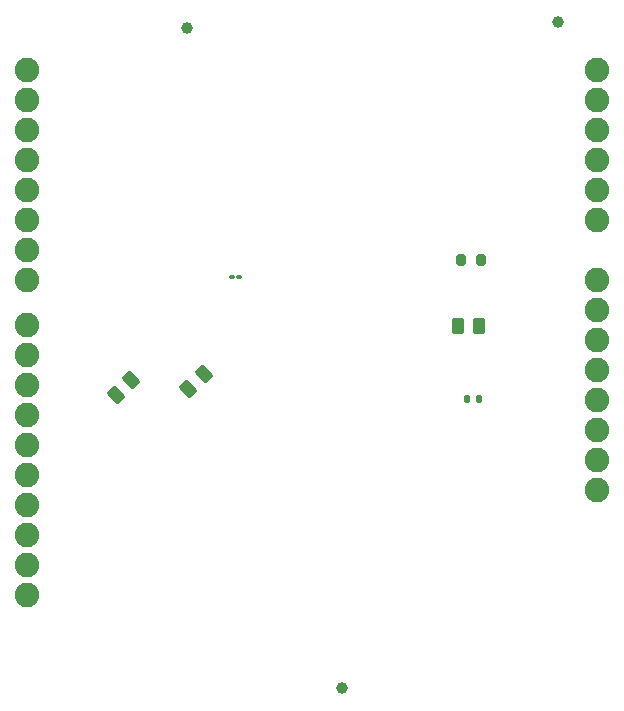
<source format=gts>
G04 #@! TF.GenerationSoftware,KiCad,Pcbnew,9.0.2*
G04 #@! TF.CreationDate,2025-09-06T12:03:56+01:00*
G04 #@! TF.ProjectId,test_fiducial,74657374-5f66-4696-9475-6369616c2e6b,rev?*
G04 #@! TF.SameCoordinates,Original*
G04 #@! TF.FileFunction,Soldermask,Top*
G04 #@! TF.FilePolarity,Negative*
%FSLAX46Y46*%
G04 Gerber Fmt 4.6, Leading zero omitted, Abs format (unit mm)*
G04 Created by KiCad (PCBNEW 9.0.2) date 2025-09-06 12:03:56*
%MOMM*%
%LPD*%
G01*
G04 APERTURE LIST*
G04 Aperture macros list*
%AMRoundRect*
0 Rectangle with rounded corners*
0 $1 Rounding radius*
0 $2 $3 $4 $5 $6 $7 $8 $9 X,Y pos of 4 corners*
0 Add a 4 corners polygon primitive as box body*
4,1,4,$2,$3,$4,$5,$6,$7,$8,$9,$2,$3,0*
0 Add four circle primitives for the rounded corners*
1,1,$1+$1,$2,$3*
1,1,$1+$1,$4,$5*
1,1,$1+$1,$6,$7*
1,1,$1+$1,$8,$9*
0 Add four rect primitives between the rounded corners*
20,1,$1+$1,$2,$3,$4,$5,0*
20,1,$1+$1,$4,$5,$6,$7,0*
20,1,$1+$1,$6,$7,$8,$9,0*
20,1,$1+$1,$8,$9,$2,$3,0*%
G04 Aperture macros list end*
%ADD10C,1.000000*%
%ADD11RoundRect,0.250000X0.132583X-0.503814X0.503814X-0.132583X-0.132583X0.503814X-0.503814X0.132583X0*%
%ADD12RoundRect,0.200000X-0.200000X-0.275000X0.200000X-0.275000X0.200000X0.275000X-0.200000X0.275000X0*%
%ADD13RoundRect,0.100000X-0.130000X-0.100000X0.130000X-0.100000X0.130000X0.100000X-0.130000X0.100000X0*%
%ADD14RoundRect,0.135000X-0.135000X-0.185000X0.135000X-0.185000X0.135000X0.185000X-0.135000X0.185000X0*%
%ADD15RoundRect,0.250000X-0.262500X-0.450000X0.262500X-0.450000X0.262500X0.450000X-0.262500X0.450000X0*%
%ADD16C,2.082800*%
G04 APERTURE END LIST*
D10*
G04 #@! TO.C,FID1*
X129405000Y-65135000D03*
G04 #@! TD*
D11*
G04 #@! TO.C,R2*
X123369765Y-96210235D03*
X124660235Y-94919765D03*
G04 #@! TD*
G04 #@! TO.C,R4*
X129539765Y-95670235D03*
X130830235Y-94379765D03*
G04 #@! TD*
D10*
G04 #@! TO.C,FID3*
X142550000Y-120990000D03*
G04 #@! TD*
D12*
G04 #@! TO.C,R3*
X152635000Y-84735000D03*
X154285000Y-84735000D03*
G04 #@! TD*
D13*
G04 #@! TO.C,R6*
X133200000Y-86150000D03*
X133840000Y-86150000D03*
G04 #@! TD*
D14*
G04 #@! TO.C,R5*
X153155000Y-96485000D03*
X154175000Y-96485000D03*
G04 #@! TD*
D15*
G04 #@! TO.C,R1*
X152342500Y-90365000D03*
X154167500Y-90365000D03*
G04 #@! TD*
D10*
G04 #@! TO.C,FID2*
X160825000Y-64630000D03*
G04 #@! TD*
D16*
G04 #@! TO.C,B1*
X164150000Y-96595000D03*
X164150000Y-94055000D03*
X164150000Y-81355000D03*
X164150000Y-78815000D03*
X164150000Y-76275000D03*
X164150000Y-73735000D03*
X115890000Y-110565000D03*
X164150000Y-71195000D03*
X115890000Y-113105000D03*
X164150000Y-68655000D03*
X115890000Y-108025000D03*
X115890000Y-68655000D03*
X115890000Y-71195000D03*
X115890000Y-73735000D03*
X115890000Y-76275000D03*
X115890000Y-78815000D03*
X115890000Y-81355000D03*
X115890000Y-83895000D03*
X115890000Y-86435000D03*
X115890000Y-90245000D03*
X115890000Y-92785000D03*
X115890000Y-95325000D03*
X115890000Y-97865000D03*
X115890000Y-100405000D03*
X115890000Y-102945000D03*
X115890000Y-105485000D03*
X164150000Y-88975000D03*
X164150000Y-91515000D03*
X164150000Y-101675000D03*
X164150000Y-104215000D03*
X164150000Y-86435000D03*
X164150000Y-99135000D03*
G04 #@! TD*
M02*

</source>
